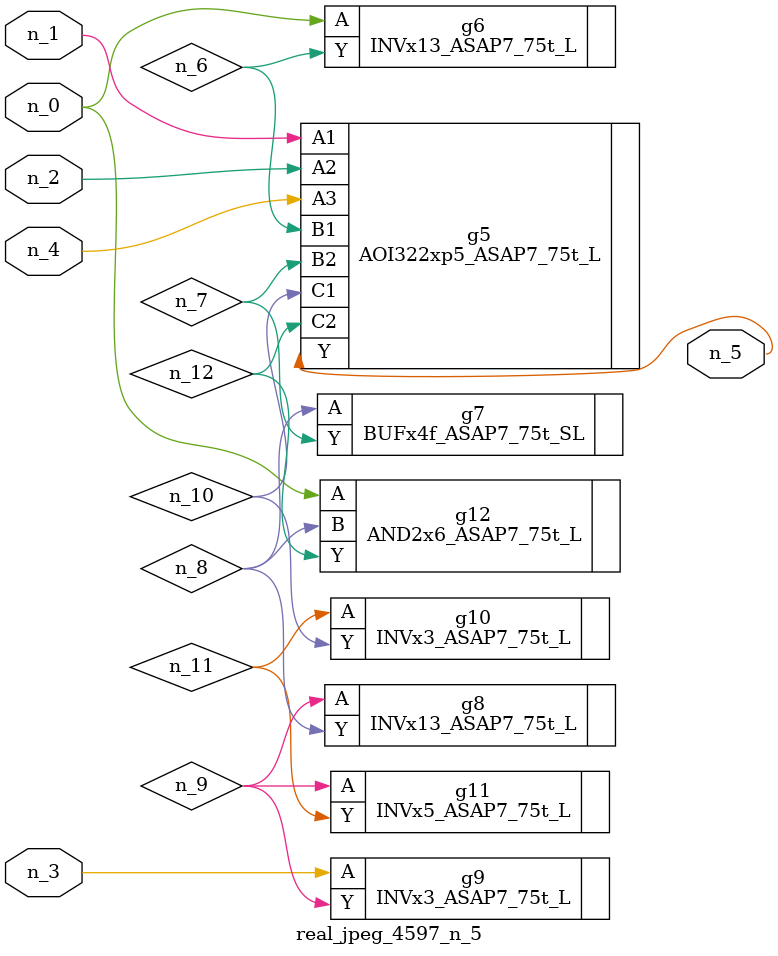
<source format=v>
module real_jpeg_4597_n_5 (n_4, n_0, n_1, n_2, n_3, n_5);

input n_4;
input n_0;
input n_1;
input n_2;
input n_3;

output n_5;

wire n_12;
wire n_8;
wire n_11;
wire n_6;
wire n_7;
wire n_10;
wire n_9;

INVx13_ASAP7_75t_L g6 ( 
.A(n_0),
.Y(n_6)
);

AND2x6_ASAP7_75t_L g12 ( 
.A(n_0),
.B(n_8),
.Y(n_12)
);

AOI322xp5_ASAP7_75t_L g5 ( 
.A1(n_1),
.A2(n_2),
.A3(n_4),
.B1(n_6),
.B2(n_7),
.C1(n_10),
.C2(n_12),
.Y(n_5)
);

INVx3_ASAP7_75t_L g9 ( 
.A(n_3),
.Y(n_9)
);

BUFx4f_ASAP7_75t_SL g7 ( 
.A(n_8),
.Y(n_7)
);

INVx13_ASAP7_75t_L g8 ( 
.A(n_9),
.Y(n_8)
);

INVx5_ASAP7_75t_L g11 ( 
.A(n_9),
.Y(n_11)
);

INVx3_ASAP7_75t_L g10 ( 
.A(n_11),
.Y(n_10)
);


endmodule
</source>
